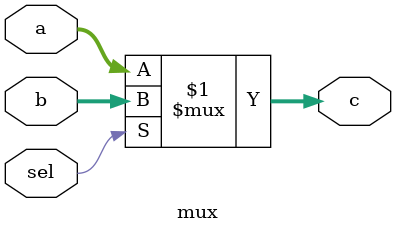
<source format=v>

module  mux(a,b,c,sel);
input [15:0] a,b;
input sel;
output [15:0] c;
    
    assign c = sel ? b : a ;
 
endmodule


</source>
